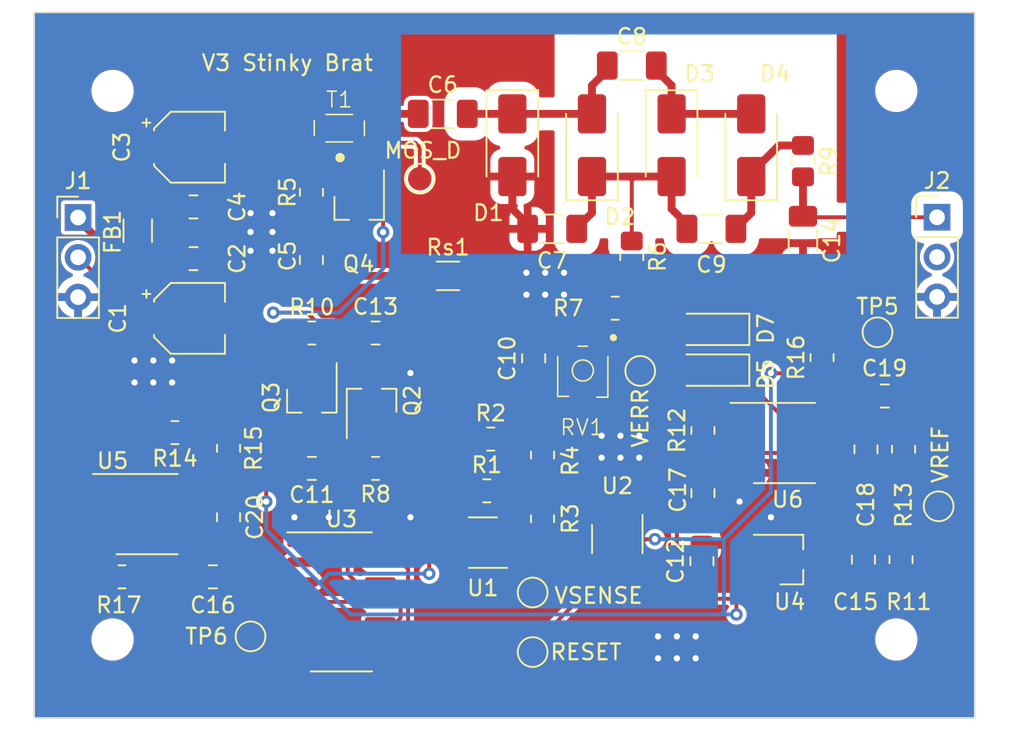
<source format=kicad_pcb>
(kicad_pcb (version 20221018) (generator pcbnew)

  (general
    (thickness 1.6)
  )

  (paper "A4")
  (layers
    (0 "F.Cu" signal)
    (31 "B.Cu" signal)
    (32 "B.Adhes" user "B.Adhesive")
    (33 "F.Adhes" user "F.Adhesive")
    (34 "B.Paste" user)
    (35 "F.Paste" user)
    (36 "B.SilkS" user "B.Silkscreen")
    (37 "F.SilkS" user "F.Silkscreen")
    (38 "B.Mask" user)
    (39 "F.Mask" user)
    (40 "Dwgs.User" user "User.Drawings")
    (41 "Cmts.User" user "User.Comments")
    (42 "Eco1.User" user "User.Eco1")
    (43 "Eco2.User" user "User.Eco2")
    (44 "Edge.Cuts" user)
    (45 "Margin" user)
    (46 "B.CrtYd" user "B.Courtyard")
    (47 "F.CrtYd" user "F.Courtyard")
    (48 "B.Fab" user)
    (49 "F.Fab" user)
    (50 "User.1" user)
    (51 "User.2" user)
    (52 "User.3" user)
    (53 "User.4" user)
    (54 "User.5" user)
    (55 "User.6" user)
    (56 "User.7" user)
    (57 "User.8" user)
    (58 "User.9" user)
  )

  (setup
    (pad_to_mask_clearance 0)
    (pcbplotparams
      (layerselection 0x00010fc_ffffffff)
      (plot_on_all_layers_selection 0x0000000_00000000)
      (disableapertmacros false)
      (usegerberextensions false)
      (usegerberattributes true)
      (usegerberadvancedattributes true)
      (creategerberjobfile true)
      (dashed_line_dash_ratio 12.000000)
      (dashed_line_gap_ratio 3.000000)
      (svgprecision 4)
      (plotframeref false)
      (viasonmask false)
      (mode 1)
      (useauxorigin false)
      (hpglpennumber 1)
      (hpglpenspeed 20)
      (hpglpendiameter 15.000000)
      (dxfpolygonmode true)
      (dxfimperialunits true)
      (dxfusepcbnewfont true)
      (psnegative false)
      (psa4output false)
      (plotreference true)
      (plotvalue true)
      (plotinvisibletext false)
      (sketchpadsonfab false)
      (subtractmaskfromsilk false)
      (outputformat 1)
      (mirror false)
      (drillshape 1)
      (scaleselection 1)
      (outputdirectory "")
    )
  )

  (net 0 "")
  (net 1 "VCC")
  (net 2 "GND")
  (net 3 "/VPR")
  (net 4 "Net-(C5-Pad1)")
  (net 5 "/RFEED_H")
  (net 6 "/VTR_SEC")
  (net 7 "Net-(D1-K)")
  (net 8 "Net-(D2-K)")
  (net 9 "Net-(D3-K)")
  (net 10 "Net-(C10-Pad1)")
  (net 11 "Net-(D4-K)")
  (net 12 "/GATE")
  (net 13 "VPP")
  (net 14 "/VREF")
  (net 15 "Net-(U5-CV)")
  (net 16 "Net-(U5-THR)")
  (net 17 "/VFEED")
  (net 18 "Net-(D5-K)")
  (net 19 "Net-(C19-Pad1)")
  (net 20 "/VERR")
  (net 21 "Net-(D7-K)")
  (net 22 "/ENABLE")
  (net 23 "unconnected-(J2-Pin_2-Pad2)")
  (net 24 "Net-(Q2-B)")
  (net 25 "Net-(Q2-E)")
  (net 26 "/MOS_D")
  (net 27 "Net-(U1-+)")
  (net 28 "Net-(U1--)")
  (net 29 "/VSENSE")
  (net 30 "/SR_Q")
  (net 31 "/SR_R")
  (net 32 "/SR_S")
  (net 33 "Net-(U6A--)")
  (net 34 "Net-(U5-DIS)")
  (net 35 "/SR_NQ")
  (net 36 "Net-(TP6-Pad1)")

  (footprint "Package_TO_SOT_SMD:SOT-23_Handsoldering" (layer "F.Cu") (at 135.07 100.8375 -90))

  (footprint "Package_SO:SOIC-14_3.9x8.7mm_P1.27mm" (layer "F.Cu") (at 133.93625 125.97375))

  (footprint "MountingHole:MountingHole_2.2mm_M2_DIN965" (layer "F.Cu") (at 169.33625 93.37375))

  (footprint "Resistor_SMD:R_0805_2012Metric_Pad1.20x1.40mm_HandSolder" (layer "F.Cu") (at 126.73625 116.17375 90))

  (footprint "Capacitor_SMD:CP_Elec_4x5.4" (layer "F.Cu") (at 124.24475 96.96375))

  (footprint "Package_SO:SOIC-8_3.9x4.9mm_P1.27mm" (layer "F.Cu") (at 162.2 115.8375))

  (footprint "Package_SO:SOIC-8_3.9x4.9mm_P1.27mm" (layer "F.Cu") (at 121.53625 120.37375))

  (footprint "TestPoint:TestPoint_Pad_D1.5mm" (layer "F.Cu") (at 146.13625 129.17375))

  (footprint "TestPoint:TestPoint_Pad_D1.5mm" (layer "F.Cu") (at 168.13625 108.77375))

  (footprint "Package_TO_SOT_SMD:SOT-23_Handsoldering" (layer "F.Cu") (at 135.86 113.1375 90))

  (footprint "Resistor_SMD:R_0805_2012Metric_Pad1.20x1.40mm_HandSolder" (layer "F.Cu") (at 151.4 107.2375 180))

  (footprint "Capacitor_SMD:C_0805_2012Metric_Pad1.18x1.45mm_HandSolder" (layer "F.Cu") (at 124.49875 100.77375))

  (footprint "Diode_SMD:D_SOD-123" (layer "F.Cu") (at 157.6 111.1875 180))

  (footprint "Diode_SMD:D_SMA" (layer "F.Cu") (at 160.08 96.8375 90))

  (footprint "MountingHole:MountingHole_2.2mm_M2_DIN965" (layer "F.Cu") (at 119.33625 93.37375))

  (footprint "Capacitor_SMD:C_0805_2012Metric_Pad1.18x1.45mm_HandSolder" (layer "F.Cu") (at 124.49875 104.07575))

  (footprint "lcsc_misc:ATB322524-0110-T000" (layer "F.Cu") (at 133.8 95.78))

  (footprint "Resistor_SMD:R_0805_2012Metric_Pad1.20x1.40mm_HandSolder" (layer "F.Cu") (at 169.8 116.2375 90))

  (footprint "Diode_SMD:D_SMA" (layer "F.Cu") (at 149.92 96.8375 90))

  (footprint "TestPoint:TestPoint_Pad_D1.5mm" (layer "F.Cu") (at 153 111.2375))

  (footprint "Resistor_SMD:R_0805_2012Metric_Pad1.20x1.40mm_HandSolder" (layer "F.Cu") (at 119.93625 124.37375))

  (footprint "Capacitor_SMD:C_0805_2012Metric_Pad1.18x1.45mm_HandSolder" (layer "F.Cu") (at 126.73625 120.57375 -90))

  (footprint "Package_TO_SOT_SMD:SOT-23_Handsoldering" (layer "F.Cu") (at 162.6375 123.275))

  (footprint "Capacitor_SMD:C_0805_2012Metric_Pad1.18x1.45mm_HandSolder" (layer "F.Cu") (at 167.4 116.2375 90))

  (footprint "Capacitor_SMD:C_0805_2012Metric_Pad1.18x1.45mm_HandSolder" (layer "F.Cu") (at 132.022 104.162 -90))

  (footprint "Resistor_SMD:R_0805_2012Metric_Pad1.20x1.40mm_HandSolder" (layer "F.Cu") (at 163.382 97.8535 -90))

  (footprint "Package_TO_SOT_SMD:SOT-23-5_HandSoldering" (layer "F.Cu") (at 151.53625 121.97375 -90))

  (footprint "Resistor_SMD:R_0805_2012Metric_Pad1.20x1.40mm_HandSolder" (layer "F.Cu") (at 152.46 103.9495 -90))

  (footprint "Package_TO_SOT_SMD:SOT-23-5_HandSoldering" (layer "F.Cu") (at 142.95725 122.18975 180))

  (footprint "TestPoint:TestPoint_Pad_D1.5mm" (layer "F.Cu") (at 146.13625 125.37375))

  (footprint "Capacitor_SMD:C_1206_3216Metric_Pad1.33x1.80mm_HandSolder" (layer "F.Cu") (at 147.38 102.1715))

  (footprint "Capacitor_SMD:C_1206_3216Metric_Pad1.33x1.80mm_HandSolder" (layer "F.Cu") (at 152.46 91.7575))

  (footprint "TestPoint:TestPoint_Pad_D1.5mm" (layer "F.Cu") (at 172.0375 119.875))

  (footprint "Resistor_SMD:R_1206_3216Metric_Pad1.30x1.75mm_HandSolder" (layer "F.Cu") (at 140.73625 105.17375))

  (footprint "Capacitor_SMD:C_0805_2012Metric_Pad1.18x1.45mm_HandSolder" (layer "F.Cu") (at 132.05 117.4555))

  (footprint "Resistor_SMD:R_0805_2012Metric_Pad1.20x1.40mm_HandSolder" (layer "F.Cu") (at 157 115.0375 90))

  (footprint "Capacitor_SMD:C_0805_2012Metric_Pad1.18x1.45mm_HandSolder" (layer "F.Cu") (at 125.73625 124.37375))

  (footprint "MountingHole:MountingHole_2.2mm_M2_DIN965" (layer "F.Cu") (at 169.33625 128.37375))

  (footprint "Capacitor_SMD:C_0805_2012Metric_Pad1.18x1.45mm_HandSolder" (layer "F.Cu") (at 136.114 108.8195))

  (footprint "Capacitor_SMD:C_1206_3216Metric_Pad1.33x1.80mm_HandSolder" (layer "F.Cu") (at 140.4 94.8375))

  (footprint "Package_TO_SOT_SMD:SOT-23_Handsoldering" (layer "F.Cu") (at 132.05 113.1375 -90))

  (footprint "MountingHole:MountingHole_2.2mm_M2_DIN965" (layer "F.Cu") (at 119.33625 128.37375))

  (footprint "Capacitor_SMD:C_0805_2012Metric_Pad1.18x1.45mm_HandSolder" (layer "F.Cu") (at 156.93625 123.37375 90))

  (footprint "Resistor_SMD:R_0805_2012Metric_Pad1.20x1.40mm_HandSolder" (layer "F.Cu") (at 136.114 117.4555 180))

  (footprint "Resistor_SMD:R_0805_2012Metric_Pad1.20x1.40mm_HandSolder" (layer "F.Cu") (at 164.6 110.3875 90))

  (footprint "Resistor_SMD:R_0805_2012Metric_Pad1.20x1.40mm_HandSolder" (layer "F.Cu") (at 132.05 108.8195))

  (footprint "Resistor_SMD:R_0805_2012Metric_Pad1.20x1.40mm_HandSolder" (layer "F.Cu") (at 146.76725 120.66575 90))

  (footprint "Capacitor_SMD:C_1206_3216Metric_Pad1.33x1.80mm_HandSolder" (layer "F.Cu") (at 157.54 102.1715))

  (footprint "TestPoint:TestPoint_Pad_D1.5mm" (layer "F.Cu") (at 128.13625 128.17375))

  (footprint "Resistor_SMD:R_0805_2012Metric_Pad1.20x1.40mm_HandSolder" (layer "F.Cu") (at 132.022 99.844 -90))

  (footprint "Resistor_SMD:R_1206_3216Metric_Pad1.30x1.75mm_HandSolder" (layer "F.Cu") (at 120.94275 102.29775 90))

  (footprint "Resistor_SMD:R_0805_2012Metric_Pad1.20x1.40mm_HandSolder" (layer "F.Cu") (at 169.6375 123.275 90))

  (footprint "Capacitor_SMD:C_0805_2012Metric_Pad1.18x1.45mm_HandSolder" (layer "F.Cu") (at 167.2375 123.275 -90))

  (footprint "Capacitor_SMD:C_1206_3216Metric_Pad1.33x1.80mm_HandSolder" (layer "F.Cu") (at 163.382 102.9335 -90))

  (footprint "Capacitor_SMD:C_0805_2012Metric_Pad1.18x1.45mm_HandSolder" (layer "F.Cu") (at 146.2 110.4375 90))

  (footprint "Diode_SMD:D_SOD-123" (layer "F.Cu") (at 157.6 108.5875 180))

  (footprint "Diode_SMD:D_SMA" (layer "F.Cu") (at 144.84 96.8375 -90))

  (footprint "Capacitor_SMD:CP_Elec_4x5.4" (layer "F.Cu")
    (tstamp e333598c-2b13-413b-ba02-28890bca8010)
    (at 124.24475 107.88575)
    (descr "SMD capacitor, aluminum electrolytic, Panasonic A5 / Nichicon, 4.0x5.4mm")
    (tags "capacitor electrolytic")
    (property "LCSC" "C72485")
    (property "Sheetfile" "geiger_counter.kicad_sch")
    (property "Sheetname" "")
    (property "ki_description" "Polarized capacitor, small symbol")
    (property "ki_keywords" "cap capacitor")
    (path "/0404899c-a4cd-4ebe-9f35-13578df950e4")
    (attr smd)
    (fp_text reference "C1" (at -4.572 0 90) (layer "F.SilkS")
        (effects (font (size 1 1) (thickness 0.15)))
      (tstamp c9da590f-d260-4e85-91c6-e5a6b942e382)
    )
    (fp_text value "10u" (at 0 3.2) (layer "F.Fab")
        (effects (font (size 1 1) (thickness 0.15)))
      (tstamp b900925d-6157-4f93-9755-24250dd85198)
    )
    (fp_text user "${REFERENCE}" (at 0 0) (layer "F.Fab")
        (effects (font (size 0.8 0.8) (thickness 0.12)))
      (tstamp 0ae42782-1e39-4f3e-92f6-4737a78a6fd1)
    )
    (fp_line (start -3 -1.56) (end -2.5 -1.56)
      (stroke (width 0.12) (type solid)) (layer "F.SilkS") (tstamp a2995ac7-dc1d-4048-ad91-c6058d9ceae3))
    (fp_line (start -2.75 -1.81) (end -2.75 -1.31)
      (stroke (width 0.12) (type solid)) (layer "F.SilkS") (tstamp ef0e3488-6c23-4f45-ba6c-ffeecb64b858))
    (fp_line (start -2.26 -1.195563) (end -2.26 -1.06)
      (stroke (width 0.12) (type solid)) (layer "F.SilkS") (tstamp 0377ae51-ed49-40c7-8690-5d1f41f7f1c7))
    (fp_line (start -2.26 -1.195563) (end -1.195563 -2.26)
      (stroke (width 0.12) (type solid)) (layer "F.SilkS") (tstamp 0f78a080-3057-4293-b3c0-053dfb1492e0))
    (fp_line (start -2.26 1.195563) (end -2.26 1.06)
      (stroke (width 0.12) (type solid)) (layer "F.SilkS") (tstamp 01120bdf-331f-4766-92b9-c0b978fbf202))
    (fp_line (start -2.26 1.195563) (end -1.195563 2.26)
      (stroke (width 0.12) (type solid)) (layer "F.SilkS") (tstamp 9ef4d86b-e79c-4251-8c74-f9c3ae0712af))
    (fp_line (start -1.195563 -2.26) (end 2.26 -2.26)
      (stroke (width 0.12) (type solid)) (layer "F.SilkS") (tstamp 609d22fc-d211-489e-833d-d4f8618e844b))
    (fp_line (start -1.195563 2.26) (end 2.26 2.26)
      (stroke (width 0.12) (type solid)) (layer "F.SilkS") (tstamp 57fc2ade-c904-4afe-8ec2-699a3018e61a))
    (fp_line (start 2.26 -2.26) (end 2.26 -1.06)
      (stroke (width 0.12) (type solid)) (layer "F.SilkS") (tstamp 5d8e2bfc-84df-4897-9fb4-e898ec07393d))
    (fp_line (start 2.26 2.26) (end 2.26 1.06)
      (stroke (width 0.12) (type solid)) (layer "F.SilkS") (tstamp b0f9194d-df94-4541-93a5-42f9c5ab1bbe))
    (fp_line (start -3.35 -1.05) (end -3.35 1.05)
      (stroke (width 0.05) (type solid)) (layer "F.CrtYd") (tstamp d7e5f682-cf6a-4ee9-a4a5-e1e8e0baf2ab))
    (fp_line (start -3.35 1.05) (end -2.4 1.05)
      (stroke (width 0.05) (type solid)) (layer "F.CrtYd") (tstamp 88f7f15e-8891-472f-ab10-ace65f3991e7))
    (fp_line (start -2.4 -1.25) (end -2.4 -1.05)
      (stroke (width 0.05) (type solid)) (layer "F.CrtYd") (tstamp 57488a9b-62eb-4234-9945-54ae389f9354))
    (fp_line (start -2.4 -1.25) (end -1.25 -2.4)
      (stroke (width 0.05) (type solid)) (layer "F.CrtYd") (tstamp 6c85d086-3c6e-4ccf-9e36-694a8634f1a7))
    (fp_line (start -2.4 -1.05) (end -3.35 -1.05)
      (stroke (width 0.05) (type solid)) (layer "F.CrtYd") (tstamp fb65d7bf-14bd-4188-a683-a48a29fee53d))
    (fp_line (start -2.4 1.05) (end -2.4 1.25)
      (stroke (width 0.05) (type solid)) (
... [396257 chars truncated]
</source>
